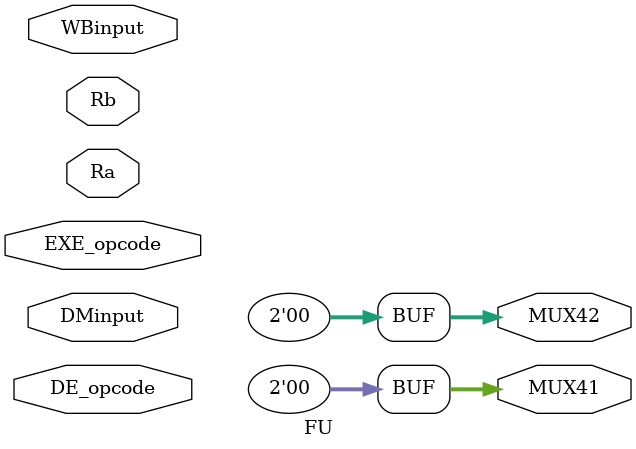
<source format=v>
module FU(
    input wire [7:0] Ra, Rb, //Input Data stream with opcode and data
	 input wire [7:0] WBinput, DMinput,
	 input wire [3:0] DE_opcode,EXE_opcode,
    output reg [1:0] MUX41, MUX42 // 16 bit Instruction
);



always @(Ra, Rb, WBinput, DMinput)
  begin
    /*if (Ra != 8'b00000000 & (DE_opcode != 4'b1110 & EXE_opcode != 4'b0101)) begin
	   if (Ra == DMinput)
	     MUX41 = 2'b10;
	   else if (Ra == WBinput)
		  MUX41 = 2'b01;
		else*/
	     MUX41 = 2'b00;
	 //end
		
	 /*if (Rb != 8'b00000000) begin
	   if (Rb == DMinput)
	     MUX42 = 2'b10;
	   else if (Rb == WBinput)
		  MUX42 = 2'b01;
		else*/
	     MUX42 = 2'b00;
	 //end
  end
 endmodule
</source>
